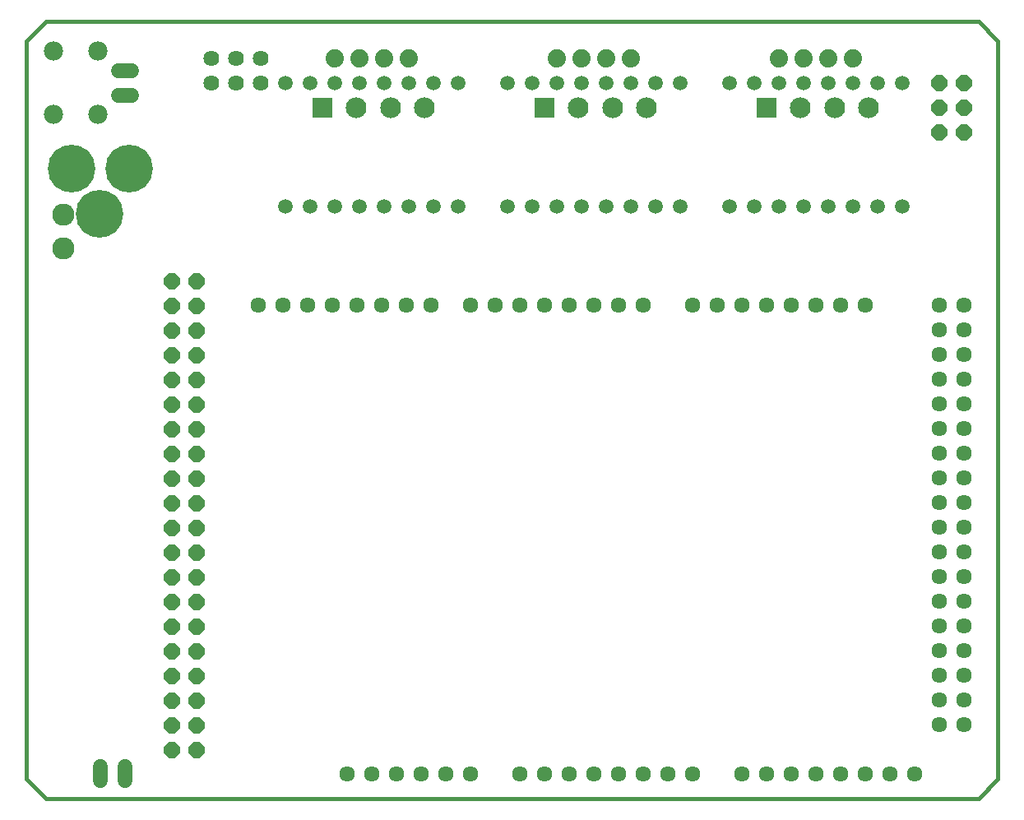
<source format=gbs>
G75*
%MOIN*%
%OFA0B0*%
%FSLAX24Y24*%
%IPPOS*%
%LPD*%
%AMOC8*
5,1,8,0,0,1.08239X$1,22.5*
%
%ADD10C,0.0160*%
%ADD11C,0.0634*%
%ADD12C,0.0740*%
%ADD13C,0.0594*%
%ADD14C,0.0640*%
%ADD15C,0.1930*%
%ADD16C,0.0600*%
%ADD17R,0.0840X0.0840*%
%ADD18C,0.0840*%
%ADD19C,0.0900*%
%ADD20C,0.0780*%
%ADD21OC8,0.0640*%
D10*
X002145Y001680D02*
X039940Y001680D01*
X040727Y002467D01*
X040727Y032389D01*
X039940Y033176D01*
X002145Y033176D01*
X001357Y032389D01*
X001357Y002467D01*
X002145Y001680D01*
D11*
X014357Y002680D03*
X015357Y002680D03*
X016357Y002680D03*
X017357Y002680D03*
X018357Y002680D03*
X019357Y002680D03*
X021357Y002680D03*
X022357Y002680D03*
X023357Y002680D03*
X024357Y002680D03*
X025357Y002680D03*
X026357Y002680D03*
X027357Y002680D03*
X028357Y002680D03*
X030357Y002680D03*
X031357Y002680D03*
X032357Y002680D03*
X033357Y002680D03*
X034357Y002680D03*
X035357Y002680D03*
X036357Y002680D03*
X037357Y002680D03*
X038357Y004680D03*
X039357Y004680D03*
X039357Y005680D03*
X038357Y005680D03*
X038357Y006680D03*
X039357Y006680D03*
X039357Y007680D03*
X038357Y007680D03*
X038357Y008680D03*
X039357Y008680D03*
X039357Y009680D03*
X038357Y009680D03*
X038357Y010680D03*
X038357Y011680D03*
X039357Y011680D03*
X039357Y010680D03*
X039357Y012680D03*
X038357Y012680D03*
X038357Y013680D03*
X039357Y013680D03*
X039357Y014680D03*
X038357Y014680D03*
X038357Y015680D03*
X039357Y015680D03*
X039357Y016680D03*
X038357Y016680D03*
X038357Y017680D03*
X039357Y017680D03*
X039357Y018680D03*
X038357Y018680D03*
X038357Y019680D03*
X039357Y019680D03*
X039357Y020680D03*
X038357Y020680D03*
X038357Y021680D03*
X039357Y021680D03*
X035357Y021680D03*
X034357Y021680D03*
X033357Y021680D03*
X032357Y021680D03*
X031357Y021680D03*
X030357Y021680D03*
X029357Y021680D03*
X028357Y021680D03*
X026357Y021680D03*
X025357Y021680D03*
X024357Y021680D03*
X023357Y021680D03*
X022357Y021680D03*
X021357Y021680D03*
X020357Y021680D03*
X019357Y021680D03*
X017757Y021680D03*
X016757Y021680D03*
X015757Y021680D03*
X014757Y021680D03*
X013757Y021680D03*
X012757Y021680D03*
X011757Y021680D03*
X010757Y021680D03*
D12*
X013857Y031680D03*
X014857Y031680D03*
X015857Y031680D03*
X016857Y031680D03*
X022857Y031680D03*
X023857Y031680D03*
X024857Y031680D03*
X025857Y031680D03*
X031857Y031680D03*
X032857Y031680D03*
X033857Y031680D03*
X034857Y031680D03*
D13*
X034857Y030680D03*
X033857Y030680D03*
X032857Y030680D03*
X031857Y030680D03*
X030857Y030680D03*
X029857Y030680D03*
X027857Y030680D03*
X026857Y030680D03*
X025857Y030680D03*
X024857Y030680D03*
X023857Y030680D03*
X022857Y030680D03*
X021857Y030680D03*
X020857Y030680D03*
X018857Y030680D03*
X017857Y030680D03*
X016857Y030680D03*
X015857Y030680D03*
X014857Y030680D03*
X013857Y030680D03*
X012857Y030680D03*
X011857Y030680D03*
X011857Y025680D03*
X012857Y025680D03*
X013857Y025680D03*
X014857Y025680D03*
X015857Y025680D03*
X016857Y025680D03*
X017857Y025680D03*
X018857Y025680D03*
X020857Y025680D03*
X021857Y025680D03*
X022857Y025680D03*
X023857Y025680D03*
X024857Y025680D03*
X025857Y025680D03*
X026857Y025680D03*
X027857Y025680D03*
X029857Y025680D03*
X030857Y025680D03*
X031857Y025680D03*
X032857Y025680D03*
X033857Y025680D03*
X034857Y025680D03*
X035857Y025680D03*
X036857Y025680D03*
X036857Y030680D03*
X035857Y030680D03*
D14*
X010857Y030680D03*
X009857Y030680D03*
X008857Y030680D03*
X008857Y031680D03*
X009857Y031680D03*
X010857Y031680D03*
D15*
X005515Y027219D03*
X004334Y025369D03*
X003192Y027219D03*
D16*
X005077Y030180D02*
X005637Y030180D01*
X005637Y031180D02*
X005077Y031180D01*
X005357Y002960D02*
X005357Y002400D01*
X004357Y002400D02*
X004357Y002960D01*
D17*
X013357Y029680D03*
X022357Y029680D03*
X031357Y029680D03*
D18*
X032735Y029680D03*
X034113Y029680D03*
X035491Y029680D03*
X026491Y029680D03*
X025113Y029680D03*
X023735Y029680D03*
X017491Y029680D03*
X016113Y029680D03*
X014735Y029680D03*
D19*
X002857Y025349D03*
X002857Y023971D03*
D20*
X002467Y029400D03*
X004247Y029400D03*
X004247Y031960D03*
X002467Y031960D03*
D21*
X007243Y022637D03*
X008243Y022637D03*
X008243Y021637D03*
X007243Y021637D03*
X007243Y020637D03*
X008243Y020637D03*
X008243Y019637D03*
X007243Y019637D03*
X007243Y018637D03*
X008243Y018637D03*
X008243Y017637D03*
X007243Y017637D03*
X007243Y016637D03*
X008243Y016637D03*
X008243Y015637D03*
X007243Y015637D03*
X007243Y014637D03*
X008243Y014637D03*
X008243Y013637D03*
X007243Y013637D03*
X007243Y012637D03*
X008243Y012637D03*
X008243Y011637D03*
X007243Y011637D03*
X007243Y010637D03*
X008243Y010637D03*
X008243Y009637D03*
X007243Y009637D03*
X007243Y008637D03*
X008243Y008637D03*
X008243Y007637D03*
X007243Y007637D03*
X007243Y006637D03*
X008243Y006637D03*
X008243Y005637D03*
X007243Y005637D03*
X007243Y004637D03*
X008243Y004637D03*
X008243Y003637D03*
X007243Y003637D03*
X038357Y028680D03*
X039357Y028680D03*
X039357Y029680D03*
X038357Y029680D03*
X038357Y030680D03*
X039357Y030680D03*
M02*

</source>
